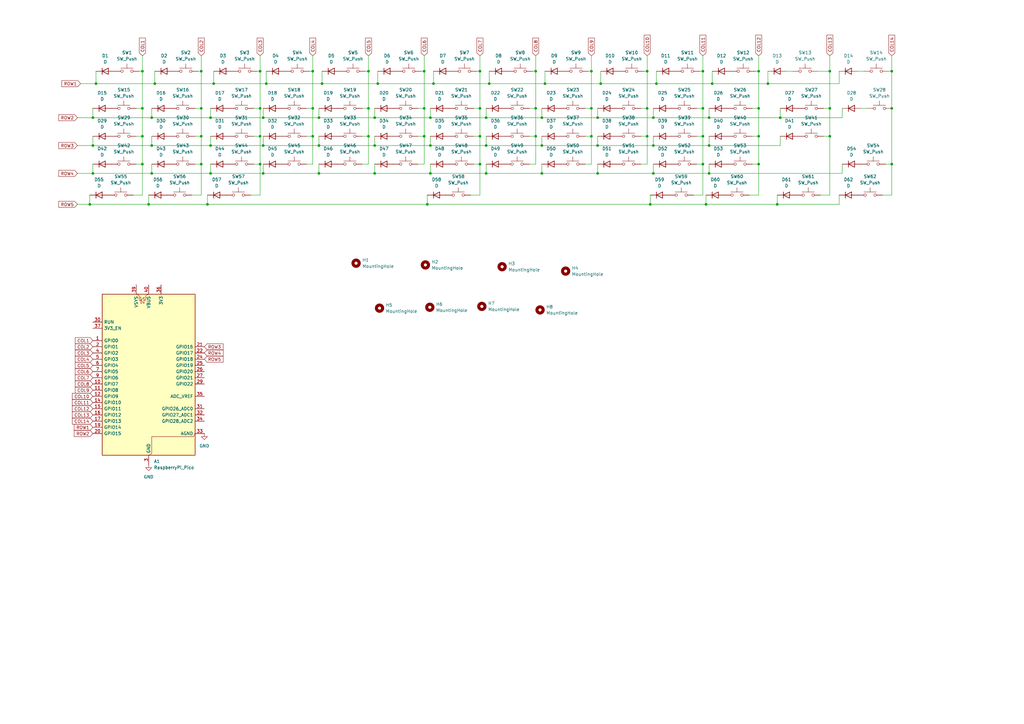
<source format=kicad_sch>
(kicad_sch (version 20250114) (generator "eeschema") (generator_version "9.0")
  (paper "A3")
  (junction (at 154.94 34.29))
  (junction (at 219.71 55.88))
  (junction (at 196.85 67.31))
  (junction (at 82.55 29.21))
  (junction (at 175.26 83.82))
  (junction (at 222.25 59.69))
  (junction (at 199.39 71.12))
  (junction (at 130.81 71.12))
  (junction (at 60.96 83.82))
  (junction (at 365.76 67.31))
  (junction (at 267.97 48.26))
  (junction (at 242.57 29.21))
  (junction (at 176.53 59.69))
  (junction (at 130.81 59.69))
  (junction (at 267.97 59.69))
  (junction (at 62.23 59.69))
  (junction (at 365.76 44.45))
  (junction (at 62.23 71.12))
  (junction (at 288.29 29.21))
  (junction (at 196.85 55.88))
  (junction (at 106.68 29.21))
  (junction (at 38.1 71.12))
  (junction (at 223.52 34.29))
  (junction (at 62.23 48.26))
  (junction (at 86.36 48.26))
  (junction (at 265.43 44.45))
  (junction (at 196.85 29.21))
  (junction (at 222.25 71.12))
  (junction (at 311.15 29.21))
  (junction (at 58.42 29.21))
  (junction (at 63.5 34.29))
  (junction (at 176.53 48.26))
  (junction (at 128.27 29.21))
  (junction (at 200.66 34.29))
  (junction (at 153.67 59.69))
  (junction (at 265.43 29.21))
  (junction (at 82.55 55.88))
  (junction (at 266.7 83.82))
  (junction (at 86.36 71.12))
  (junction (at 318.77 83.82))
  (junction (at 242.57 55.88))
  (junction (at 82.55 67.31))
  (junction (at 86.36 59.69))
  (junction (at 292.1 34.29))
  (junction (at 176.53 71.12))
  (junction (at 320.04 48.26))
  (junction (at 199.39 48.26))
  (junction (at 219.71 29.21))
  (junction (at 288.29 55.88))
  (junction (at 151.13 44.45))
  (junction (at 246.38 34.29))
  (junction (at 177.8 34.29))
  (junction (at 107.95 59.69))
  (junction (at 151.13 55.88))
  (junction (at 128.27 55.88))
  (junction (at 36.83 83.82))
  (junction (at 288.29 67.31))
  (junction (at 265.43 55.88))
  (junction (at 109.22 34.29))
  (junction (at 38.1 48.26))
  (junction (at 340.36 29.21))
  (junction (at 106.68 55.88))
  (junction (at 314.96 34.29))
  (junction (at 365.76 29.21))
  (junction (at 340.36 44.45))
  (junction (at 196.85 44.45))
  (junction (at 107.95 48.26))
  (junction (at 153.67 71.12))
  (junction (at 39.37 34.29))
  (junction (at 173.99 29.21))
  (junction (at 199.39 59.69))
  (junction (at 106.68 67.31))
  (junction (at 245.11 71.12))
  (junction (at 311.15 44.45))
  (junction (at 311.15 67.31))
  (junction (at 242.57 44.45))
  (junction (at 290.83 59.69))
  (junction (at 173.99 55.88))
  (junction (at 222.25 48.26))
  (junction (at 38.1 59.69))
  (junction (at 128.27 44.45))
  (junction (at 87.63 34.29))
  (junction (at 106.68 44.45))
  (junction (at 245.11 59.69))
  (junction (at 267.97 71.12))
  (junction (at 173.99 44.45))
  (junction (at 151.13 29.21))
  (junction (at 132.08 34.29))
  (junction (at 58.42 55.88))
  (junction (at 153.67 48.26))
  (junction (at 107.95 71.12))
  (junction (at 245.11 48.26))
  (junction (at 288.29 44.45))
  (junction (at 58.42 44.45))
  (junction (at 311.15 55.88))
  (junction (at 290.83 48.26))
  (junction (at 130.81 48.26))
  (junction (at 219.71 44.45))
  (junction (at 340.36 55.88))
  (junction (at 85.09 83.82))
  (junction (at 289.56 83.82))
  (junction (at 58.42 67.31))
  (junction (at 82.55 44.45))
  (junction (at 269.24 34.29))
  (junction (at 290.83 71.12))
  (wire (pts (xy 199.39 55.88) (xy 199.39 59.69)))
  (wire (pts (xy 285.75 67.31) (xy 288.29 67.31)))
  (wire (pts (xy 365.76 44.45) (xy 365.76 67.31)))
  (wire (pts (xy 307.34 80.01) (xy 311.15 80.01)))
  (wire (pts (xy 173.99 29.21) (xy 173.99 44.45)))
  (wire (pts (xy 245.11 59.69) (xy 267.97 59.69)))
  (wire (pts (xy 242.57 22.86) (xy 242.57 29.21)))
  (wire (pts (xy 245.11 67.31) (xy 245.11 71.12)))
  (wire (pts (xy 38.1 71.12) (xy 62.23 71.12)))
  (wire (pts (xy 105.41 29.21) (xy 106.68 29.21)))
  (wire (pts (xy 148.59 67.31) (xy 151.13 67.31)))
  (wire (pts (xy 240.03 55.88) (xy 242.57 55.88)))
  (wire (pts (xy 148.59 55.88) (xy 151.13 55.88)))
  (wire (pts (xy 196.85 29.21) (xy 196.85 44.45)))
  (wire (pts (xy 361.95 80.01) (xy 365.76 80.01)))
  (wire (pts (xy 153.67 55.88) (xy 153.67 59.69)))
  (wire (pts (xy 219.71 44.45) (xy 219.71 55.88)))
  (wire (pts (xy 345.44 48.26) (xy 320.04 48.26)))
  (wire (pts (xy 292.1 34.29) (xy 314.96 34.29)))
  (wire (pts (xy 264.16 29.21) (xy 265.43 29.21)))
  (wire (pts (xy 39.37 34.29) (xy 33.02 34.29)))
  (wire (pts (xy 340.36 55.88) (xy 340.36 80.01)))
  (wire (pts (xy 130.81 67.31) (xy 130.81 71.12)))
  (wire (pts (xy 322.58 29.21) (xy 325.12 29.21)))
  (wire (pts (xy 308.61 44.45) (xy 311.15 44.45)))
  (wire (pts (xy 196.85 22.86) (xy 196.85 29.21)))
  (wire (pts (xy 262.89 55.88) (xy 265.43 55.88)))
  (wire (pts (xy 130.81 44.45) (xy 130.81 48.26)))
  (wire (pts (xy 196.85 67.31) (xy 196.85 80.01)))
  (wire (pts (xy 177.8 34.29) (xy 200.66 34.29)))
  (wire (pts (xy 194.31 44.45) (xy 196.85 44.45)))
  (wire (pts (xy 290.83 44.45) (xy 290.83 48.26)))
  (wire (pts (xy 199.39 48.26) (xy 222.25 48.26)))
  (wire (pts (xy 353.06 44.45) (xy 355.6 44.45)))
  (wire (pts (xy 54.61 80.01) (xy 58.42 80.01)))
  (wire (pts (xy 262.89 67.31) (xy 265.43 67.31)))
  (wire (pts (xy 219.71 22.86) (xy 219.71 29.21)))
  (wire (pts (xy 245.11 44.45) (xy 245.11 48.26)))
  (wire (pts (xy 311.15 67.31) (xy 311.15 80.01)))
  (wire (pts (xy 151.13 55.88) (xy 151.13 67.31)))
  (wire (pts (xy 344.17 29.21) (xy 344.17 34.29)))
  (wire (pts (xy 269.24 34.29) (xy 292.1 34.29)))
  (wire (pts (xy 222.25 44.45) (xy 222.25 48.26)))
  (wire (pts (xy 241.3 29.21) (xy 242.57 29.21)))
  (wire (pts (xy 345.44 67.31) (xy 345.44 71.12)))
  (wire (pts (xy 219.71 29.21) (xy 219.71 44.45)))
  (wire (pts (xy 80.01 44.45) (xy 82.55 44.45)))
  (wire (pts (xy 176.53 55.88) (xy 176.53 59.69)))
  (wire (pts (xy 57.15 29.21) (xy 58.42 29.21)))
  (wire (pts (xy 38.1 59.69) (xy 31.75 59.69)))
  (wire (pts (xy 55.88 44.45) (xy 58.42 44.45)))
  (wire (pts (xy 80.01 55.88) (xy 82.55 55.88)))
  (wire (pts (xy 193.04 80.01) (xy 196.85 80.01)))
  (wire (pts (xy 194.31 55.88) (xy 196.85 55.88)))
  (wire (pts (xy 267.97 71.12) (xy 290.83 71.12)))
  (wire (pts (xy 314.96 34.29) (xy 344.17 34.29)))
  (wire (pts (xy 104.14 44.45) (xy 106.68 44.45)))
  (wire (pts (xy 240.03 67.31) (xy 242.57 67.31)))
  (wire (pts (xy 125.73 44.45) (xy 128.27 44.45)))
  (wire (pts (xy 196.85 55.88) (xy 196.85 67.31)))
  (wire (pts (xy 107.95 48.26) (xy 130.81 48.26)))
  (wire (pts (xy 82.55 55.88) (xy 82.55 67.31)))
  (wire (pts (xy 288.29 29.21) (xy 288.29 44.45)))
  (wire (pts (xy 107.95 71.12) (xy 130.81 71.12)))
  (wire (pts (xy 153.67 71.12) (xy 176.53 71.12)))
  (wire (pts (xy 245.11 48.26) (xy 267.97 48.26)))
  (wire (pts (xy 345.44 44.45) (xy 345.44 48.26)))
  (wire (pts (xy 337.82 55.88) (xy 340.36 55.88)))
  (wire (pts (xy 104.14 55.88) (xy 106.68 55.88)))
  (wire (pts (xy 127 29.21) (xy 128.27 29.21)))
  (wire (pts (xy 58.42 67.31) (xy 58.42 80.01)))
  (wire (pts (xy 86.36 55.88) (xy 86.36 59.69)))
  (wire (pts (xy 151.13 44.45) (xy 151.13 55.88)))
  (wire (pts (xy 363.22 67.31) (xy 365.76 67.31)))
  (wire (pts (xy 285.75 55.88) (xy 288.29 55.88)))
  (wire (pts (xy 38.1 67.31) (xy 38.1 71.12)))
  (wire (pts (xy 31.75 71.12) (xy 38.1 71.12)))
  (wire (pts (xy 38.1 55.88) (xy 38.1 59.69)))
  (wire (pts (xy 262.89 44.45) (xy 265.43 44.45)))
  (wire (pts (xy 199.39 44.45) (xy 199.39 48.26)))
  (wire (pts (xy 63.5 34.29) (xy 87.63 34.29)))
  (wire (pts (xy 287.02 29.21) (xy 288.29 29.21)))
  (wire (pts (xy 81.28 29.21) (xy 82.55 29.21)))
  (wire (pts (xy 200.66 29.21) (xy 200.66 34.29)))
  (wire (pts (xy 125.73 55.88) (xy 128.27 55.88)))
  (wire (pts (xy 128.27 22.86) (xy 128.27 29.21)))
  (wire (pts (xy 265.43 55.88) (xy 265.43 67.31)))
  (wire (pts (xy 222.25 59.69) (xy 245.11 59.69)))
  (wire (pts (xy 107.95 67.31) (xy 107.95 71.12)))
  (wire (pts (xy 365.76 22.86) (xy 365.76 29.21)))
  (wire (pts (xy 344.17 80.01) (xy 344.17 83.82)))
  (wire (pts (xy 86.36 71.12) (xy 107.95 71.12)))
  (wire (pts (xy 364.49 29.21) (xy 365.76 29.21)))
  (wire (pts (xy 132.08 29.21) (xy 132.08 34.29)))
  (wire (pts (xy 153.67 44.45) (xy 153.67 48.26)))
  (wire (pts (xy 222.25 55.88) (xy 222.25 59.69)))
  (wire (pts (xy 340.36 22.86) (xy 340.36 29.21)))
  (wire (pts (xy 285.75 44.45) (xy 288.29 44.45)))
  (wire (pts (xy 265.43 44.45) (xy 265.43 55.88)))
  (wire (pts (xy 320.04 55.88) (xy 320.04 59.69)))
  (wire (pts (xy 267.97 55.88) (xy 267.97 59.69)))
  (wire (pts (xy 289.56 83.82) (xy 318.77 83.82)))
  (wire (pts (xy 130.81 59.69) (xy 153.67 59.69)))
  (wire (pts (xy 154.94 29.21) (xy 154.94 34.29)))
  (wire (pts (xy 171.45 44.45) (xy 173.99 44.45)))
  (wire (pts (xy 55.88 55.88) (xy 58.42 55.88)))
  (wire (pts (xy 87.63 29.21) (xy 87.63 34.29)))
  (wire (pts (xy 217.17 55.88) (xy 219.71 55.88)))
  (wire (pts (xy 195.58 29.21) (xy 196.85 29.21)))
  (wire (pts (xy 335.28 29.21) (xy 340.36 29.21)))
  (wire (pts (xy 308.61 55.88) (xy 311.15 55.88)))
  (wire (pts (xy 60.96 83.82) (xy 85.09 83.82)))
  (wire (pts (xy 340.36 44.45) (xy 340.36 55.88)))
  (wire (pts (xy 175.26 80.01) (xy 175.26 83.82)))
  (wire (pts (xy 199.39 59.69) (xy 222.25 59.69)))
  (wire (pts (xy 60.96 80.01) (xy 60.96 83.82)))
  (wire (pts (xy 128.27 29.21) (xy 128.27 44.45)))
  (wire (pts (xy 175.26 83.82) (xy 266.7 83.82)))
  (wire (pts (xy 58.42 22.86) (xy 58.42 29.21)))
  (wire (pts (xy 58.42 44.45) (xy 58.42 55.88)))
  (wire (pts (xy 130.81 55.88) (xy 130.81 59.69)))
  (wire (pts (xy 31.75 83.82) (xy 36.83 83.82)))
  (wire (pts (xy 176.53 71.12) (xy 199.39 71.12)))
  (wire (pts (xy 85.09 83.82) (xy 175.26 83.82)))
  (wire (pts (xy 288.29 67.31) (xy 288.29 80.01)))
  (wire (pts (xy 266.7 80.01) (xy 266.7 83.82)))
  (wire (pts (xy 222.25 71.12) (xy 245.11 71.12)))
  (wire (pts (xy 223.52 29.21) (xy 223.52 34.29)))
  (wire (pts (xy 109.22 29.21) (xy 109.22 34.29)))
  (wire (pts (xy 176.53 44.45) (xy 176.53 48.26)))
  (wire (pts (xy 245.11 55.88) (xy 245.11 59.69)))
  (wire (pts (xy 107.95 44.45) (xy 107.95 48.26)))
  (wire (pts (xy 290.83 71.12) (xy 345.44 71.12)))
  (wire (pts (xy 125.73 67.31) (xy 128.27 67.31)))
  (wire (pts (xy 62.23 71.12) (xy 86.36 71.12)))
  (wire (pts (xy 311.15 55.88) (xy 311.15 67.31)))
  (wire (pts (xy 242.57 29.21) (xy 242.57 44.45)))
  (wire (pts (xy 290.83 55.88) (xy 290.83 59.69)))
  (wire (pts (xy 36.83 83.82) (xy 60.96 83.82)))
  (wire (pts (xy 82.55 44.45) (xy 82.55 55.88)))
  (wire (pts (xy 240.03 44.45) (xy 242.57 44.45)))
  (wire (pts (xy 290.83 67.31) (xy 290.83 71.12)))
  (wire (pts (xy 365.76 29.21) (xy 365.76 44.45)))
  (wire (pts (xy 245.11 71.12) (xy 267.97 71.12)))
  (wire (pts (xy 199.39 71.12) (xy 222.25 71.12)))
  (wire (pts (xy 153.67 67.31) (xy 153.67 71.12)))
  (wire (pts (xy 102.87 80.01) (xy 106.68 80.01)))
  (wire (pts (xy 171.45 67.31) (xy 173.99 67.31)))
  (wire (pts (xy 173.99 22.86) (xy 173.99 29.21)))
  (wire (pts (xy 130.81 71.12) (xy 153.67 71.12)))
  (wire (pts (xy 106.68 55.88) (xy 106.68 67.31)))
  (wire (pts (xy 308.61 67.31) (xy 311.15 67.31)))
  (wire (pts (xy 128.27 44.45) (xy 128.27 55.88)))
  (wire (pts (xy 311.15 44.45) (xy 311.15 55.88)))
  (wire (pts (xy 320.04 44.45) (xy 320.04 48.26)))
  (wire (pts (xy 196.85 44.45) (xy 196.85 55.88)))
  (wire (pts (xy 132.08 34.29) (xy 154.94 34.29)))
  (wire (pts (xy 217.17 67.31) (xy 219.71 67.31)))
  (wire (pts (xy 246.38 34.29) (xy 269.24 34.29)))
  (wire (pts (xy 86.36 59.69) (xy 107.95 59.69)))
  (wire (pts (xy 39.37 29.21) (xy 39.37 34.29)))
  (wire (pts (xy 86.36 48.26) (xy 107.95 48.26)))
  (wire (pts (xy 218.44 29.21) (xy 219.71 29.21)))
  (wire (pts (xy 38.1 48.26) (xy 31.75 48.26)))
  (wire (pts (xy 222.25 48.26) (xy 245.11 48.26)))
  (wire (pts (xy 128.27 55.88) (xy 128.27 67.31)))
  (wire (pts (xy 344.17 83.82) (xy 318.77 83.82)))
  (wire (pts (xy 38.1 59.69) (xy 62.23 59.69)))
  (wire (pts (xy 172.72 29.21) (xy 173.99 29.21)))
  (wire (pts (xy 62.23 48.26) (xy 86.36 48.26)))
  (wire (pts (xy 130.81 48.26) (xy 153.67 48.26)))
  (wire (pts (xy 36.83 80.01) (xy 36.83 83.82)))
  (wire (pts (xy 82.55 67.31) (xy 82.55 80.01)))
  (wire (pts (xy 38.1 44.45) (xy 38.1 48.26)))
  (wire (pts (xy 58.42 55.88) (xy 58.42 67.31)))
  (wire (pts (xy 173.99 55.88) (xy 173.99 67.31)))
  (wire (pts (xy 106.68 29.21) (xy 106.68 44.45)))
  (wire (pts (xy 284.48 80.01) (xy 288.29 80.01)))
  (wire (pts (xy 267.97 67.31) (xy 267.97 71.12)))
  (wire (pts (xy 246.38 29.21) (xy 246.38 34.29)))
  (wire (pts (xy 176.53 59.69) (xy 199.39 59.69)))
  (wire (pts (xy 267.97 44.45) (xy 267.97 48.26)))
  (wire (pts (xy 288.29 22.86) (xy 288.29 29.21)))
  (wire (pts (xy 222.25 67.31) (xy 222.25 71.12)))
  (wire (pts (xy 177.8 29.21) (xy 177.8 34.29)))
  (wire (pts (xy 104.14 67.31) (xy 106.68 67.31)))
  (wire (pts (xy 311.15 22.86) (xy 311.15 29.21)))
  (wire (pts (xy 39.37 34.29) (xy 63.5 34.29)))
  (wire (pts (xy 148.59 44.45) (xy 151.13 44.45)))
  (wire (pts (xy 265.43 29.21) (xy 265.43 44.45)))
  (wire (pts (xy 62.23 67.31) (xy 62.23 71.12)))
  (wire (pts (xy 58.42 29.21) (xy 58.42 44.45)))
  (wire (pts (xy 78.74 80.01) (xy 82.55 80.01)))
  (wire (pts (xy 153.67 48.26) (xy 176.53 48.26)))
  (wire (pts (xy 267.97 59.69) (xy 290.83 59.69)))
  (wire (pts (xy 106.68 22.86) (xy 106.68 29.21)))
  (wire (pts (xy 311.15 29.21) (xy 311.15 44.45)))
  (wire (pts (xy 107.95 55.88) (xy 107.95 59.69)))
  (wire (pts (xy 314.96 34.29) (xy 314.96 29.21)))
  (wire (pts (xy 82.55 29.21) (xy 82.55 44.45)))
  (wire (pts (xy 290.83 48.26) (xy 320.04 48.26)))
  (wire (pts (xy 173.99 44.45) (xy 173.99 55.88)))
  (wire (pts (xy 290.83 59.69) (xy 320.04 59.69)))
  (wire (pts (xy 288.29 44.45) (xy 288.29 55.88)))
  (wire (pts (xy 242.57 55.88) (xy 242.57 67.31)))
  (wire (pts (xy 200.66 34.29) (xy 223.52 34.29)))
  (wire (pts (xy 269.24 29.21) (xy 269.24 34.29)))
  (wire (pts (xy 265.43 22.86) (xy 265.43 29.21)))
  (wire (pts (xy 267.97 48.26) (xy 290.83 48.26)))
  (wire (pts (xy 171.45 55.88) (xy 173.99 55.88)))
  (wire (pts (xy 219.71 55.88) (xy 219.71 67.31)))
  (wire (pts (xy 62.23 59.69) (xy 86.36 59.69)))
  (wire (pts (xy 199.39 67.31) (xy 199.39 71.12)))
  (wire (pts (xy 288.29 55.88) (xy 288.29 67.31)))
  (wire (pts (xy 106.68 67.31) (xy 106.68 80.01)))
  (wire (pts (xy 176.53 48.26) (xy 199.39 48.26)))
  (wire (pts (xy 151.13 29.21) (xy 151.13 44.45)))
  (wire (pts (xy 292.1 29.21) (xy 292.1 34.29)))
  (wire (pts (xy 365.76 67.31) (xy 365.76 80.01)))
  (wire (pts (xy 82.55 22.86) (xy 82.55 29.21)))
  (wire (pts (xy 80.01 67.31) (xy 82.55 67.31)))
  (wire (pts (xy 337.82 44.45) (xy 340.36 44.45)))
  (wire (pts (xy 217.17 44.45) (xy 219.71 44.45)))
  (wire (pts (xy 109.22 34.29) (xy 132.08 34.29)))
  (wire (pts (xy 266.7 83.82) (xy 289.56 83.82)))
  (wire (pts (xy 242.57 44.45) (xy 242.57 55.88)))
  (wire (pts (xy 289.56 80.01) (xy 289.56 83.82)))
  (wire (pts (xy 223.52 34.29) (xy 246.38 34.29)))
  (wire (pts (xy 107.95 59.69) (xy 130.81 59.69)))
  (wire (pts (xy 351.79 29.21) (xy 354.33 29.21)))
  (wire (pts (xy 55.88 67.31) (xy 58.42 67.31)))
  (wire (pts (xy 194.31 67.31) (xy 196.85 67.31)))
  (wire (pts (xy 62.23 44.45) (xy 62.23 48.26)))
  (wire (pts (xy 154.94 34.29) (xy 177.8 34.29)))
  (wire (pts (xy 86.36 44.45) (xy 86.36 48.26)))
  (wire (pts (xy 151.13 22.86) (xy 151.13 29.21)))
  (wire (pts (xy 86.36 67.31) (xy 86.36 71.12)))
  (wire (pts (xy 85.09 80.01) (xy 85.09 83.82)))
  (wire (pts (xy 149.86 29.21) (xy 151.13 29.21)))
  (wire (pts (xy 309.88 29.21) (xy 311.15 29.21)))
  (wire (pts (xy 153.67 59.69) (xy 176.53 59.69)))
  (wire (pts (xy 176.53 67.31) (xy 176.53 71.12)))
  (wire (pts (xy 340.36 29.21) (xy 340.36 44.45)))
  (wire (pts (xy 62.23 55.88) (xy 62.23 59.69)))
  (wire (pts (xy 87.63 34.29) (xy 109.22 34.29)))
  (wire (pts (xy 318.77 80.01) (xy 318.77 83.82)))
  (wire (pts (xy 106.68 44.45) (xy 106.68 55.88)))
  (wire (pts (xy 63.5 29.21) (xy 63.5 34.29)))
  (wire (pts (xy 38.1 48.26) (xy 62.23 48.26)))
  (wire (pts (xy 336.55 80.01) (xy 340.36 80.01)))
  (global_label "ROW5" (shape input) (at 83.82 147.32 0) (property "Intersheetrefs" "${INTERSHEET_REFS}" (effects (hide yes))))
  (global_label "COL12" (shape input) (at 38.1 167.64 180) (property "Intersheetrefs" "${INTERSHEET_REFS}" (effects (hide yes))))
  (global_label "COL1" (shape input) (at 58.42 22.86 90) (property "Intersheetrefs" "${INTERSHEET_REFS}" (effects (hide yes))))
  (global_label "ROW4" (shape input) (at 31.75 71.12 180) (property "Intersheetrefs" "${INTERSHEET_REFS}" (effects (hide yes))))
  (global_label "COL9" (shape input) (at 38.1 160.02 180) (property "Intersheetrefs" "${INTERSHEET_REFS}" (effects (hide yes))))
  (global_label "COL12" (shape input) (at 311.15 22.86 90) (property "Intersheetrefs" "${INTERSHEET_REFS}" (effects (hide yes))))
  (global_label "COL13" (shape input) (at 340.36 22.86 90) (property "Intersheetrefs" "${INTERSHEET_REFS}" (effects (hide yes))))
  (global_label "COL5" (shape input) (at 38.1 149.86 180) (property "Intersheetrefs" "${INTERSHEET_REFS}" (effects (hide yes))))
  (global_label "COL6" (shape input) (at 38.1 152.4 180) (property "Intersheetrefs" "${INTERSHEET_REFS}" (effects (hide yes))))
  (global_label "COL5" (shape input) (at 151.13 22.86 90) (property "Intersheetrefs" "${INTERSHEET_REFS}" (effects (hide yes))))
  (global_label "COL14" (shape input) (at 365.76 22.86 90) (property "Intersheetrefs" "${INTERSHEET_REFS}" (effects (hide yes))))
  (global_label "COL6" (shape input) (at 173.99 22.86 90) (property "Intersheetrefs" "${INTERSHEET_REFS}" (effects (hide yes))))
  (global_label "COL14" (shape input) (at 38.1 172.72 180) (property "Intersheetrefs" "${INTERSHEET_REFS}" (effects (hide yes))))
  (global_label "COL2" (shape input) (at 38.1 142.24 180) (property "Intersheetrefs" "${INTERSHEET_REFS}" (effects (hide yes))))
  (global_label "ROW2" (shape input) (at 31.75 48.26 180) (property "Intersheetrefs" "${INTERSHEET_REFS}" (effects (hide yes))))
  (global_label "COL11" (shape input) (at 288.29 22.86 90) (property "Intersheetrefs" "${INTERSHEET_REFS}" (effects (hide yes))))
  (global_label "COL4" (shape input) (at 38.1 147.32 180) (property "Intersheetrefs" "${INTERSHEET_REFS}" (effects (hide yes))))
  (global_label "ROW2" (shape input) (at 38.1 177.8 180) (property "Intersheetrefs" "${INTERSHEET_REFS}" (effects (hide yes))))
  (global_label "COL7" (shape input) (at 196.85 22.86 90) (property "Intersheetrefs" "${INTERSHEET_REFS}" (effects (hide yes))))
  (global_label "ROW4" (shape input) (at 83.82 144.78 0) (property "Intersheetrefs" "${INTERSHEET_REFS}" (effects (hide yes))))
  (global_label "ROW1" (shape input) (at 33.02 34.29 180) (property "Intersheetrefs" "${INTERSHEET_REFS}" (effects (hide yes))))
  (global_label "ROW1" (shape input) (at 38.1 175.26 180) (property "Intersheetrefs" "${INTERSHEET_REFS}" (effects (hide yes))))
  (global_label "COL3" (shape input) (at 106.68 22.86 90) (property "Intersheetrefs" "${INTERSHEET_REFS}" (effects (hide yes))))
  (global_label "ROW5" (shape input) (at 31.75 83.82 180) (property "Intersheetrefs" "${INTERSHEET_REFS}" (effects (hide yes))))
  (global_label "COL10" (shape input) (at 38.1 162.56 180) (property "Intersheetrefs" "${INTERSHEET_REFS}" (effects (hide yes))))
  (global_label "COL13" (shape input) (at 38.1 170.18 180) (property "Intersheetrefs" "${INTERSHEET_REFS}" (effects (hide yes))))
  (global_label "COL10" (shape input) (at 265.43 22.86 90) (property "Intersheetrefs" "${INTERSHEET_REFS}" (effects (hide yes))))
  (global_label "COL11" (shape input) (at 38.1 165.1 180) (property "Intersheetrefs" "${INTERSHEET_REFS}" (effects (hide yes))))
  (global_label "ROW3" (shape input) (at 31.75 59.69 180) (property "Intersheetrefs" "${INTERSHEET_REFS}" (effects (hide yes))))
  (global_label "COL3" (shape input) (at 38.1 144.78 180) (property "Intersheetrefs" "${INTERSHEET_REFS}" (effects (hide yes))))
  (global_label "COL8" (shape input) (at 38.1 157.48 180) (property "Intersheetrefs" "${INTERSHEET_REFS}" (effects (hide yes))))
  (global_label "COL7" (shape input) (at 38.1 154.94 180) (property "Intersheetrefs" "${INTERSHEET_REFS}" (effects (hide yes))))
  (global_label "COL9" (shape input) (at 242.57 22.86 90) (property "Intersheetrefs" "${INTERSHEET_REFS}" (effects (hide yes))))
  (global_label "COL1" (shape input) (at 38.1 139.7 180) (property "Intersheetrefs" "${INTERSHEET_REFS}" (effects (hide yes))))
  (global_label "COL2" (shape input) (at 82.55 22.86 90) (property "Intersheetrefs" "${INTERSHEET_REFS}" (effects (hide yes))))
  (global_label "COL4" (shape input) (at 128.27 22.86 90) (property "Intersheetrefs" "${INTERSHEET_REFS}" (effects (hide yes))))
  (global_label "ROW3" (shape input) (at 83.82 142.24 0) (property "Intersheetrefs" "${INTERSHEET_REFS}" (effects (hide yes))))
  (global_label "COL8" (shape input) (at 219.71 22.86 90) (property "Intersheetrefs" "${INTERSHEET_REFS}" (effects (hide yes))))
  (symbol (lib_id "Mechanical:MountingHole") (at 197.6269 125.6672 0) (unit 1) (in_bom no)
    (property "Reference" "H7" (at 200.1669 124.3971 0) (effects (justify left)))
    (property "Value" "MountingHole" (at 200.1669 126.9371 0) (effects (justify left)))
    (property "Footprint" "MountingHole:MountingHole_3mm" (effects (hide yes)))
    (property "Description" "Mounting Hole without connection" (effects (hide yes)))
  )
  (symbol (lib_id "Mechanical:MountingHole") (at 231.9919 111.1977 0) (unit 1) (in_bom no)
    (property "Reference" "H4" (at 234.5319 109.9276 0) (effects (justify left)))
    (property "Value" "MountingHole" (at 234.5319 112.4676 0) (effects (justify left)))
    (property "Footprint" "MountingHole:MountingHole_3mm" (effects (hide yes)))
    (property "Description" "Mounting Hole without connection" (effects (hide yes)))
  )
  (symbol (lib_id "Switch:SW_Push") (at 100.33 29.21 0) (unit 1)
    (property "Reference" "SW3" (at 100.33 21.59 0))
    (property "Value" "SW_Push" (at 100.33 24.13 0))
    (property "Footprint" "Button_Switch_Keyboard:SW_Cherry_MX_1.00u_PCB" (effects (hide yes)))
    (property "Description" "Push button switch, generic, two pins" (effects (hide yes)))
  )
  (symbol (lib_id "Switch:SW_Push") (at 50.8 67.31 0) (unit 1)
    (property "Reference" "SW42" (at 50.8 59.69 0))
    (property "Value" "SW_Push" (at 50.8 62.23 0))
    (property "Footprint" "Button_Switch_Keyboard:SW_Cherry_MX_1.25u_PCB" (effects (hide yes)))
    (property "Description" "Push button switch, generic, two pins" (effects (hide yes)))
  )
  (symbol (lib_id "Device:D") (at 180.34 67.31 0) (unit 1)
    (property "Reference" "D48" (at 180.34 60.96 0))
    (property "Value" "D" (at 180.34 63.5 0))
    (property "Footprint" "Diode_SMD:D_SOD-123" (effects (hide yes)))
    (property "Description" "Diode" (effects (hide yes)))
    (property "Sim.Device" "D" (effects (hide yes)))
    (property "Sim.Pins" "1=K 2=A" (effects (hide yes)))
  )
  (symbol (lib_id "Device:D") (at 66.04 55.88 0) (unit 1)
    (property "Reference" "D30" (at 66.04 49.53 0))
    (property "Value" "D" (at 66.04 52.07 0))
    (property "Footprint" "Diode_SMD:D_SOD-123" (effects (hide yes)))
    (property "Description" "Diode" (effects (hide yes)))
    (property "Sim.Device" "D" (effects (hide yes)))
    (property "Sim.Pins" "1=K 2=A" (effects (hide yes)))
  )
  (symbol (lib_id "Switch:SW_Push") (at 212.09 44.45 0) (unit 1)
    (property "Reference" "SW22" (at 212.09 36.83 0))
    (property "Value" "SW_Push" (at 212.09 39.37 0))
    (property "Footprint" "Button_Switch_Keyboard:SW_Cherry_MX_1.00u_PCB" (effects (hide yes)))
    (property "Description" "Push button switch, generic, two pins" (effects (hide yes)))
  )
  (symbol (lib_id "Switch:SW_Push") (at 302.26 80.01 0) (unit 1)
    (property "Reference" "SW60" (at 302.26 72.39 0))
    (property "Value" "SW_Push" (at 302.26 74.93 0))
    (property "Footprint" "Button_Switch_Keyboard:SW_Cherry_MX_1.25u_PCB" (effects (hide yes)))
    (property "Description" "Push button switch, generic, two pins" (effects (hide yes)))
  )
  (symbol (lib_id "Switch:SW_Push") (at 234.95 44.45 0) (unit 1)
    (property "Reference" "SW23" (at 234.95 36.83 0))
    (property "Value" "SW_Push" (at 234.95 39.37 0))
    (property "Footprint" "Button_Switch_Keyboard:SW_Cherry_MX_1.00u_PCB" (effects (hide yes)))
    (property "Description" "Push button switch, generic, two pins" (effects (hide yes)))
  )
  (symbol (lib_id "Device:D") (at 90.17 44.45 0) (unit 1)
    (property "Reference" "D17" (at 90.17 38.1 0))
    (property "Value" "D" (at 90.17 40.64 0))
    (property "Footprint" "Diode_SMD:D_SOD-123" (effects (hide yes)))
    (property "Description" "Diode" (effects (hide yes)))
    (property "Sim.Device" "D" (effects (hide yes)))
    (property "Sim.Pins" "1=K 2=A" (effects (hide yes)))
  )
  (symbol (lib_id "Device:D") (at 226.06 55.88 0) (unit 1)
    (property "Reference" "D37" (at 226.06 49.53 0))
    (property "Value" "D" (at 226.06 52.07 0))
    (property "Footprint" "Diode_SMD:D_SOD-123" (effects (hide yes)))
    (property "Description" "Diode" (effects (hide yes)))
    (property "Sim.Device" "D" (effects (hide yes)))
    (property "Sim.Pins" "1=K 2=A" (effects (hide yes)))
  )
  (symbol (lib_id "Device:D") (at 323.85 44.45 0) (unit 1)
    (property "Reference" "D27" (at 323.85 38.1 0))
    (property "Value" "D" (at 323.85 40.64 0))
    (property "Footprint" "Diode_SMD:D_SOD-123" (effects (hide yes)))
    (property "Description" "Diode" (effects (hide yes)))
    (property "Sim.Device" "D" (effects (hide yes)))
    (property "Sim.Pins" "1=K 2=A" (effects (hide yes)))
  )
  (symbol (lib_id "MCU_Module:RaspberryPi_Pico") (at 60.96 154.94 0) (unit 1)
    (property "Reference" "A1" (at 63.1033 189.23 0) (effects (justify left)))
    (property "Value" "RaspberryPi_Pico" (at 63.1033 191.77 0) (effects (justify left)))
    (property "Footprint" "Module:RaspberryPi_Pico_Common_Unspecified" (effects (hide yes)))
    (property "Datasheet" "https://datasheets.raspberrypi.com/pico/pico-datasheet.pdf" (effects (hide yes)))
    (property "Description" "Versatile and inexpensive microcontroller module powered by RP2040 dual-core Arm Cortex-M0+ processor up to 133 MHz, 264kB SRAM, 2MB QSPI flash; also supports Raspberry Pi Pico 2" (effects (hide yes)))
  )
  (symbol (lib_id "Device:D") (at 64.77 80.01 0) (unit 1)
    (property "Reference" "D56" (at 64.77 73.66 0))
    (property "Value" "D" (at 64.77 76.2 0))
    (property "Footprint" "Diode_SMD:D_SOD-123" (effects (hide yes)))
    (property "Description" "Diode" (effects (hide yes)))
    (property "Sim.Device" "D" (effects (hide yes)))
    (property "Sim.Pins" "1=K 2=A" (effects (hide yes)))
  )
  (symbol (lib_id "Mechanical:MountingHole") (at 176.2844 126.0289 0) (unit 1) (in_bom no)
    (property "Reference" "H6" (at 178.8244 124.7588 0) (effects (justify left)))
    (property "Value" "MountingHole" (at 178.8244 127.2988 0) (effects (justify left)))
    (property "Footprint" "MountingHole:MountingHole_3mm" (effects (hide yes)))
    (property "Description" "Mounting Hole without connection" (effects (hide yes)))
  )
  (symbol (lib_id "Device:D") (at 323.85 55.88 0) (unit 1)
    (property "Reference" "D41" (at 323.85 49.53 0))
    (property "Value" "D" (at 323.85 52.07 0))
    (property "Footprint" "Diode_SMD:D_SOD-123" (effects (hide yes)))
    (property "Description" "Diode" (effects (hide yes)))
    (property "Sim.Device" "D" (effects (hide yes)))
    (property "Sim.Pins" "1=K 2=A" (effects (hide yes)))
  )
  (symbol (lib_id "Switch:SW_Push") (at 74.93 67.31 0) (unit 1)
    (property "Reference" "SW43" (at 74.93 59.69 0))
    (property "Value" "SW_Push" (at 74.93 62.23 0))
    (property "Footprint" "Button_Switch_Keyboard:SW_Cherry_MX_1.00u_PCB" (effects (hide yes)))
    (property "Description" "Push button switch, generic, two pins" (effects (hide yes)))
  )
  (symbol (lib_id "Mechanical:MountingHole") (at 205.9468 109.3891 0) (unit 1) (in_bom no)
    (property "Reference" "H3" (at 208.4868 108.119 0) (effects (justify left)))
    (property "Value" "MountingHole" (at 208.4868 110.659 0) (effects (justify left)))
    (property "Footprint" "MountingHole:MountingHole_3mm" (effects (hide yes)))
    (property "Description" "Mounting Hole without connection" (effects (hide yes)))
  )
  (symbol (lib_id "Device:D") (at 66.04 67.31 0) (unit 1)
    (property "Reference" "D43" (at 66.04 60.96 0))
    (property "Value" "D" (at 66.04 63.5 0))
    (property "Footprint" "Diode_SMD:D_SOD-123" (effects (hide yes)))
    (property "Description" "Diode" (effects (hide yes)))
    (property "Sim.Device" "D" (effects (hide yes)))
    (property "Sim.Pins" "1=K 2=A" (effects (hide yes)))
  )
  (symbol (lib_id "Device:D") (at 180.34 44.45 0) (unit 1)
    (property "Reference" "D21" (at 180.34 38.1 0))
    (property "Value" "D" (at 180.34 40.64 0))
    (property "Footprint" "Diode_SMD:D_SOD-123" (effects (hide yes)))
    (property "Description" "Diode" (effects (hide yes)))
    (property "Sim.Device" "D" (effects (hide yes)))
    (property "Sim.Pins" "1=K 2=A" (effects (hide yes)))
  )
  (symbol (lib_id "Device:D") (at 181.61 29.21 0) (unit 1)
    (property "Reference" "D7" (at 181.61 22.86 0))
    (property "Value" "D" (at 181.61 25.4 0))
    (property "Footprint" "Diode_SMD:D_SOD-123" (effects (hide yes)))
    (property "Description" "Diode" (effects (hide yes)))
    (property "Sim.Device" "D" (effects (hide yes)))
    (property "Sim.Pins" "1=K 2=A" (effects (hide yes)))
  )
  (symbol (lib_id "Switch:SW_Push") (at 49.53 80.01 0) (unit 1)
    (property "Reference" "SW55" (at 49.53 72.39 0))
    (property "Value" "SW_Push" (at 49.53 74.93 0))
    (property "Footprint" "Button_Switch_Keyboard:SW_Cherry_MX_1.25u_PCB" (effects (hide yes)))
    (property "Description" "Push button switch, generic, two pins" (effects (hide yes)))
  )
  (symbol (lib_id "Device:D") (at 41.91 55.88 0) (unit 1)
    (property "Reference" "D29" (at 41.91 49.53 0))
    (property "Value" "D" (at 41.91 52.07 0))
    (property "Footprint" "Diode_SMD:D_SOD-123" (effects (hide yes)))
    (property "Description" "Diode" (effects (hide yes)))
    (property "Sim.Device" "D" (effects (hide yes)))
    (property "Sim.Pins" "1=K 2=A" (effects (hide yes)))
  )
  (symbol (lib_id "Switch:SW_Push") (at 120.65 55.88 0) (unit 1)
    (property "Reference" "SW32" (at 120.65 48.26 0))
    (property "Value" "SW_Push" (at 120.65 50.8 0))
    (property "Footprint" "Button_Switch_Keyboard:SW_Cherry_MX_1.00u_PCB" (effects (hide yes)))
    (property "Description" "Push button switch, generic, two pins" (effects (hide yes)))
  )
  (symbol (lib_id "Device:D") (at 227.33 29.21 0) (unit 1)
    (property "Reference" "D9" (at 227.33 22.86 0))
    (property "Value" "D" (at 227.33 25.4 0))
    (property "Footprint" "Diode_SMD:D_SOD-123" (effects (hide yes)))
    (property "Description" "Diode" (effects (hide yes)))
    (property "Sim.Device" "D" (effects (hide yes)))
    (property "Sim.Pins" "1=K 2=A" (effects (hide yes)))
  )
  (symbol (lib_id "Switch:SW_Push") (at 99.06 44.45 0) (unit 1)
    (property "Reference" "SW17" (at 99.06 36.83 0))
    (property "Value" "SW_Push" (at 99.06 39.37 0))
    (property "Footprint" "Button_Switch_Keyboard:SW_Cherry_MX_1.00u_PCB" (effects (hide yes)))
    (property "Description" "Push button switch, generic, two pins" (effects (hide yes)))
  )
  (symbol (lib_id "Device:D") (at 157.48 67.31 0) (unit 1)
    (property "Reference" "D47" (at 157.48 60.96 0))
    (property "Value" "D" (at 157.48 63.5 0))
    (property "Footprint" "Diode_SMD:D_SOD-123" (effects (hide yes)))
    (property "Description" "Diode" (effects (hide yes)))
    (property "Sim.Device" "D" (effects (hide yes)))
    (property "Sim.Pins" "1=K 2=A" (effects (hide yes)))
  )
  (symbol (lib_id "Device:D") (at 67.31 29.21 0) (unit 1)
    (property "Reference" "D2" (at 67.31 22.86 0))
    (property "Value" "D" (at 67.31 25.4 0))
    (property "Footprint" "Diode_SMD:D_SOD-123" (effects (hide yes)))
    (property "Description" "Diode" (effects (hide yes)))
    (property "Sim.Device" "D" (effects (hide yes)))
    (property "Sim.Pins" "1=K 2=A" (effects (hide yes)))
  )
  (symbol (lib_id "Device:D") (at 203.2 55.88 0) (unit 1)
    (property "Reference" "D36" (at 203.2 49.53 0))
    (property "Value" "D" (at 203.2 52.07 0))
    (property "Footprint" "Diode_SMD:D_SOD-123" (effects (hide yes)))
    (property "Description" "Diode" (effects (hide yes)))
    (property "Sim.Device" "D" (effects (hide yes)))
    (property "Sim.Pins" "1=K 2=A" (effects (hide yes)))
  )
  (symbol (lib_id "Switch:SW_Push") (at 331.47 80.01 0) (unit 1)
    (property "Reference" "SW61" (at 331.47 72.39 0))
    (property "Value" "SW_Push" (at 331.47 74.93 0))
    (property "Footprint" "Button_Switch_Keyboard:SW_Cherry_MX_1.25u_PCB" (effects (hide yes)))
    (property "Description" "Push button switch, generic, two pins" (effects (hide yes)))
  )
  (symbol (lib_id "Switch:SW_Push") (at 143.51 55.88 0) (unit 1)
    (property "Reference" "SW33" (at 143.51 48.26 0))
    (property "Value" "SW_Push" (at 143.51 50.8 0))
    (property "Footprint" "Button_Switch_Keyboard:SW_Cherry_MX_1.00u_PCB" (effects (hide yes)))
    (property "Description" "Push button switch, generic, two pins" (effects (hide yes)))
  )
  (symbol (lib_id "Switch:SW_Push") (at 189.23 55.88 0) (unit 1)
    (property "Reference" "SW35" (at 189.23 48.26 0))
    (property "Value" "SW_Push" (at 189.23 50.8 0))
    (property "Footprint" "Button_Switch_Keyboard:SW_Cherry_MX_1.00u_PCB" (effects (hide yes)))
    (property "Description" "Push button switch, generic, two pins" (effects (hide yes)))
  )
  (symbol (lib_id "Device:D") (at 295.91 29.21 0) (unit 1)
    (property "Reference" "D12" (at 295.91 22.86 0))
    (property "Value" "D" (at 295.91 25.4 0))
    (property "Footprint" "Diode_SMD:D_SOD-123" (effects (hide yes)))
    (property "Description" "Diode" (effects (hide yes)))
    (property "Sim.Device" "D" (effects (hide yes)))
    (property "Sim.Pins" "1=K 2=A" (effects (hide yes)))
  )
  (symbol (lib_id "Device:D") (at 271.78 44.45 0) (unit 1)
    (property "Reference" "D25" (at 271.78 38.1 0))
    (property "Value" "D" (at 271.78 40.64 0))
    (property "Footprint" "Diode_SMD:D_SOD-123" (effects (hide yes)))
    (property "Description" "Diode" (effects (hide yes)))
    (property "Sim.Device" "D" (effects (hide yes)))
    (property "Sim.Pins" "1=K 2=A" (effects (hide yes)))
  )
  (symbol (lib_id "Switch:SW_Push") (at 212.09 67.31 0) (unit 1)
    (property "Reference" "SW49" (at 212.09 59.69 0))
    (property "Value" "SW_Push" (at 212.09 62.23 0))
    (property "Footprint" "Button_Switch_Keyboard:SW_Cherry_MX_1.00u_PCB" (effects (hide yes)))
    (property "Description" "Push button switch, generic, two pins" (effects (hide yes)))
  )
  (symbol (lib_id "Switch:SW_Push") (at 303.53 44.45 0) (unit 1)
    (property "Reference" "SW26" (at 303.53 36.83 0))
    (property "Value" "SW_Push" (at 303.53 39.37 0))
    (property "Footprint" "Button_Switch_Keyboard:SW_Cherry_MX_1.00u_PCB" (effects (hide yes)))
    (property "Description" "Push button switch, generic, two pins" (effects (hide yes)))
  )
  (symbol (lib_id "Switch:SW_Push") (at 356.87 80.01 0) (unit 1)
    (property "Reference" "SW62" (at 356.87 72.39 0))
    (property "Value" "SW_Push" (at 356.87 74.93 0))
    (property "Footprint" "Button_Switch_Keyboard:SW_Cherry_MX_1.25u_PCB" (effects (hide yes)))
    (property "Description" "Push button switch, generic, two pins" (effects (hide yes)))
  )
  (symbol (lib_id "Switch:SW_Push") (at 280.67 44.45 0) (unit 1)
    (property "Reference" "SW25" (at 280.67 36.83 0))
    (property "Value" "SW_Push" (at 280.67 39.37 0))
    (property "Footprint" "Button_Switch_Keyboard:SW_Cherry_MX_1.00u_PCB" (effects (hide yes)))
    (property "Description" "Push button switch, generic, two pins" (effects (hide yes)))
  )
  (symbol (lib_id "Device:D") (at 135.89 29.21 0) (unit 1)
    (property "Reference" "D5" (at 135.89 22.86 0))
    (property "Value" "D" (at 135.89 25.4 0))
    (property "Footprint" "Diode_SMD:D_SOD-123" (effects (hide yes)))
    (property "Description" "Diode" (effects (hide yes)))
    (property "Sim.Device" "D" (effects (hide yes)))
    (property "Sim.Pins" "1=K 2=A" (effects (hide yes)))
  )
  (symbol (lib_id "Device:D") (at 179.07 80.01 0) (unit 1)
    (property "Reference" "D58" (at 179.07 73.66 0))
    (property "Value" "D" (at 179.07 76.2 0))
    (property "Footprint" "Diode_SMD:D_SOD-123" (effects (hide yes)))
    (property "Description" "Diode" (effects (hide yes)))
    (property "Sim.Device" "D" (effects (hide yes)))
    (property "Sim.Pins" "1=K 2=A" (effects (hide yes)))
  )
  (symbol (lib_id "Switch:SW_Push") (at 74.93 55.88 0) (unit 1)
    (property "Reference" "SW30" (at 74.93 48.26 0))
    (property "Value" "SW_Push" (at 74.93 50.8 0))
    (property "Footprint" "Button_Switch_Keyboard:SW_Cherry_MX_1.00u_PCB" (effects (hide yes)))
    (property "Description" "Push button switch, generic, two pins" (effects (hide yes)))
  )
  (symbol (lib_id "Switch:SW_Push") (at 50.8 55.88 0) (unit 1)
    (property "Reference" "SW29" (at 50.8 48.26 0))
    (property "Value" "SW_Push" (at 50.8 50.8 0))
    (property "Footprint" "Button_Switch_Keyboard:SW_Cherry_MX_1.75u_PCB" (effects (hide yes)))
    (property "Description" "Push button switch, generic, two pins" (effects (hide yes)))
  )
  (symbol (lib_id "Device:D") (at 88.9 80.01 0) (unit 1)
    (property "Reference" "D57" (at 88.9 73.66 0))
    (property "Value" "D" (at 88.9 76.2 0))
    (property "Footprint" "Diode_SMD:D_SOD-123" (effects (hide yes)))
    (property "Description" "Diode" (effects (hide yes)))
    (property "Sim.Device" "D" (effects (hide yes)))
    (property "Sim.Pins" "1=K 2=A" (effects (hide yes)))
  )
  (symbol (lib_id "Switch:SW_Push") (at 76.2 29.21 0) (unit 1)
    (property "Reference" "SW2" (at 76.2 21.59 0))
    (property "Value" "SW_Push" (at 76.2 24.13 0))
    (property "Footprint" "Button_Switch_Keyboard:SW_Cherry_MX_1.00u_PCB" (effects (hide yes)))
    (property "Description" "Push button switch, generic, two pins" (effects (hide yes)))
  )
  (symbol (lib_id "Switch:SW_Push") (at 143.51 44.45 0) (unit 1)
    (property "Reference" "SW19" (at 143.51 36.83 0))
    (property "Value" "SW_Push" (at 143.51 39.37 0))
    (property "Footprint" "Button_Switch_Keyboard:SW_Cherry_MX_1.00u_PCB" (effects (hide yes)))
    (property "Description" "Push button switch, generic, two pins" (effects (hide yes)))
  )
  (symbol (lib_id "Switch:SW_Push") (at 189.23 44.45 0) (unit 1)
    (property "Reference" "SW21" (at 189.23 36.83 0))
    (property "Value" "SW_Push" (at 189.23 39.37 0))
    (property "Footprint" "Button_Switch_Keyboard:SW_Cherry_MX_1.00u_PCB" (effects (hide yes)))
    (property "Description" "Push button switch, generic, two pins" (effects (hide yes)))
  )
  (symbol (lib_id "Device:D") (at 293.37 80.01 0) (unit 1)
    (property "Reference" "D60" (at 293.37 73.66 0))
    (property "Value" "D" (at 293.37 76.2 0))
    (property "Footprint" "Diode_SMD:D_SOD-123" (effects (hide yes)))
    (property "Description" "Diode" (effects (hide yes)))
    (property "Sim.Device" "D" (effects (hide yes)))
    (property "Sim.Pins" "1=K 2=A" (effects (hide yes)))
  )
  (symbol (lib_id "Switch:SW_Push") (at 99.06 55.88 0) (unit 1)
    (property "Reference" "SW31" (at 99.06 48.26 0))
    (property "Value" "SW_Push" (at 99.06 50.8 0))
    (property "Footprint" "Button_Switch_Keyboard:SW_Cherry_MX_1.00u_PCB" (effects (hide yes)))
    (property "Description" "Push button switch, generic, two pins" (effects (hide yes)))
  )
  (symbol (lib_id "Switch:SW_Push") (at 281.94 29.21 0) (unit 1)
    (property "Reference" "SW11" (at 281.94 21.59 0))
    (property "Value" "SW_Push" (at 281.94 24.13 0))
    (property "Footprint" "Button_Switch_Keyboard:SW_Cherry_MX_1.00u_PCB" (effects (hide yes)))
    (property "Description" "Push button switch, generic, two pins" (effects (hide yes)))
  )
  (symbol (lib_id "Device:D") (at 270.51 80.01 0) (unit 1)
    (property "Reference" "D59" (at 270.51 73.66 0))
    (property "Value" "D" (at 270.51 76.2 0))
    (property "Footprint" "Diode_SMD:D_SOD-123" (effects (hide yes)))
    (property "Description" "Diode" (effects (hide yes)))
    (property "Sim.Device" "D" (effects (hide yes)))
    (property "Sim.Pins" "1=K 2=A" (effects (hide yes)))
  )
  (symbol (lib_id "Device:D") (at 111.76 44.45 0) (unit 1)
    (property "Reference" "D18" (at 111.76 38.1 0))
    (property "Value" "D" (at 111.76 40.64 0))
    (property "Footprint" "Diode_SMD:D_SOD-123" (effects (hide yes)))
    (property "Description" "Diode" (effects (hide yes)))
    (property "Sim.Device" "D" (effects (hide yes)))
    (property "Sim.Pins" "1=K 2=A" (effects (hide yes)))
  )
  (symbol (lib_id "power:GND") (at 60.96 190.5 0) (unit 1)
    (property "Reference" "#PWR01" (effects (hide yes)))
    (property "Value" "GND" (at 60.96 195.58 0))
    (property "Description" "Power symbol creates a global label with name \"GND\" , ground" (effects (hide yes)))
  )
  (symbol (lib_id "Switch:SW_Push") (at 257.81 55.88 0) (unit 1)
    (property "Reference" "SW38" (at 257.81 48.26 0))
    (property "Value" "SW_Push" (at 257.81 50.8 0))
    (property "Footprint" "Button_Switch_Keyboard:SW_Cherry_MX_1.00u_PCB" (effects (hide yes)))
    (property "Description" "Push button switch, generic, two pins" (effects (hide yes)))
  )
  (symbol (lib_id "Device:D") (at 294.64 55.88 0) (unit 1)
    (property "Reference" "D40" (at 294.64 49.53 0))
    (property "Value" "D" (at 294.64 52.07 0))
    (property "Footprint" "Diode_SMD:D_SOD-123" (effects (hide yes)))
    (property "Description" "Diode" (effects (hide yes)))
    (property "Sim.Device" "D" (effects (hide yes)))
    (property "Sim.Pins" "1=K 2=A" (effects (hide yes)))
  )
  (symbol (lib_id "Device:D") (at 226.06 67.31 0) (unit 1)
    (property "Reference" "D50" (at 226.06 60.96 0))
    (property "Value" "D" (at 226.06 63.5 0))
    (property "Footprint" "Diode_SMD:D_SOD-123" (effects (hide yes)))
    (property "Description" "Diode" (effects (hide yes)))
    (property "Sim.Device" "D" (effects (hide yes)))
    (property "Sim.Pins" "1=K 2=A" (effects (hide yes)))
  )
  (symbol (lib_id "Switch:SW_Push") (at 234.95 67.31 0) (unit 1)
    (property "Reference" "SW50" (at 234.95 59.69 0))
    (property "Value" "SW_Push" (at 234.95 62.23 0))
    (property "Footprint" "Button_Switch_Keyboard:SW_Cherry_MX_1.00u_PCB" (effects (hide yes)))
    (property "Description" "Push button switch, generic, two pins" (effects (hide yes)))
  )
  (symbol (lib_id "Device:D") (at 113.03 29.21 0) (unit 1)
    (property "Reference" "D4" (at 113.03 22.86 0))
    (property "Value" "D" (at 113.03 25.4 0))
    (property "Footprint" "Diode_SMD:D_SOD-123" (effects (hide yes)))
    (property "Description" "Diode" (effects (hide yes)))
    (property "Sim.Device" "D" (effects (hide yes)))
    (property "Sim.Pins" "1=K 2=A" (effects (hide yes)))
  )
  (symbol (lib_id "Switch:SW_Push") (at 143.51 67.31 0) (unit 1)
    (property "Reference" "SW46" (at 143.51 59.69 0))
    (property "Value" "SW_Push" (at 143.51 62.23 0))
    (property "Footprint" "Button_Switch_Keyboard:SW_Cherry_MX_1.00u_PCB" (effects (hide yes)))
    (property "Description" "Push button switch, generic, two pins" (effects (hide yes)))
  )
  (symbol (lib_id "Switch:SW_Push") (at 52.07 29.21 0) (unit 1)
    (property "Reference" "SW1" (at 52.07 21.59 0))
    (property "Value" "SW_Push" (at 52.07 24.13 0))
    (property "Footprint" "Button_Switch_Keyboard:SW_Cherry_MX_1.00u_PCB" (effects (hide yes)))
    (property "Description" "Push button switch, generic, two pins" (effects (hide yes)))
  )
  (symbol (lib_id "Device:D") (at 111.76 67.31 0) (unit 1)
    (property "Reference" "D45" (at 111.76 60.96 0))
    (property "Value" "D" (at 111.76 63.5 0))
    (property "Footprint" "Diode_SMD:D_SOD-123" (effects (hide yes)))
    (property "Description" "Diode" (effects (hide yes)))
    (property "Sim.Device" "D" (effects (hide yes)))
    (property "Sim.Pins" "1=K 2=A" (effects (hide yes)))
  )
  (symbol (lib_id "Switch:SW_Push") (at 166.37 44.45 0) (unit 1)
    (property "Reference" "SW20" (at 166.37 36.83 0))
    (property "Value" "SW_Push" (at 166.37 39.37 0))
    (property "Footprint" "Button_Switch_Keyboard:SW_Cherry_MX_1.00u_PCB" (effects (hide yes)))
    (property "Description" "Push button switch, generic, two pins" (effects (hide yes)))
  )
  (symbol (lib_id "Switch:SW_Push") (at 187.96 80.01 0) (unit 1)
    (property "Reference" "SW58" (at 187.96 72.39 0))
    (property "Value" "SW_Push" (at 187.96 74.93 0))
    (property "Footprint" "Button_Switch_Keyboard:SW_Cherry_MX_6.25u_PCB" (effects (hide yes)))
    (property "Description" "Push button switch, generic, two pins" (effects (hide yes)))
  )
  (symbol (lib_id "Mechanical:MountingHole") (at 221.5015 127.1142 0) (unit 1) (in_bom no)
    (property "Reference" "H8" (at 224.0415 125.8441 0) (effects (justify left)))
    (property "Value" "MountingHole" (at 224.0415 128.3841 0) (effects (justify left)))
    (property "Footprint" "MountingHole:MountingHole_3mm" (effects (hide yes)))
    (property "Description" "Mounting Hole without connection" (effects (hide yes)))
  )
  (symbol (lib_id "Device:D") (at 322.58 80.01 0) (unit 1)
    (property "Reference" "D61" (at 322.58 73.66 0))
    (property "Value" "D" (at 322.58 76.2 0))
    (property "Footprint" "Diode_SMD:D_SOD-123" (effects (hide yes)))
    (property "Description" "Diode" (effects (hide yes)))
    (property "Sim.Device" "D" (effects (hide yes)))
    (property "Sim.Pins" "1=K 2=A" (effects (hide yes)))
  )
  (symbol (lib_id "Device:D") (at 349.25 44.45 0) (unit 1)
    (property "Reference" "D28" (at 349.25 38.1 0))
    (property "Value" "D" (at 349.25 40.64 0))
    (property "Footprint" "Diode_SMD:D_SOD-123" (effects (hide yes)))
    (property "Description" "Diode" (effects (hide yes)))
    (property "Sim.Device" "D" (effects (hide yes)))
    (property "Sim.Pins" "1=K 2=A" (effects (hide yes)))
  )
  (symbol (lib_id "Switch:SW_Push") (at 332.74 55.88 0) (unit 1)
    (property "Reference" "SW41" (at 332.74 48.26 0))
    (property "Value" "SW_Push" (at 332.74 50.8 0))
    (property "Footprint" "Button_Switch_Keyboard:SW_Cherry_MX_1.00u_PCB" (effects (hide yes)))
    (property "Description" "Push button switch, generic, two pins" (effects (hide yes)))
  )
  (symbol (lib_id "Device:D") (at 90.17 67.31 0) (unit 1)
    (property "Reference" "D44" (at 90.17 60.96 0))
    (property "Value" "D" (at 90.17 63.5 0))
    (property "Footprint" "Diode_SMD:D_SOD-123" (effects (hide yes)))
    (property "Description" "Diode" (effects (hide yes)))
    (property "Sim.Device" "D" (effects (hide yes)))
    (property "Sim.Pins" "1=K 2=A" (effects (hide yes)))
  )
  (symbol (lib_id "Device:D") (at 158.75 29.21 0) (unit 1)
    (property "Reference" "D6" (at 158.75 22.86 0))
    (property "Value" "D" (at 158.75 25.4 0))
    (property "Footprint" "Diode_SMD:D_SOD-123" (effects (hide yes)))
    (property "Description" "Diode" (effects (hide yes)))
    (property "Sim.Device" "D" (effects (hide yes)))
    (property "Sim.Pins" "1=K 2=A" (effects (hide yes)))
  )
  (symbol (lib_id "Device:D") (at 111.76 55.88 0) (unit 1)
    (property "Reference" "D32" (at 111.76 49.53 0))
    (property "Value" "D" (at 111.76 52.07 0))
    (property "Footprint" "Diode_SMD:D_SOD-123" (effects (hide yes)))
    (property "Description" "Diode" (effects (hide yes)))
    (property "Sim.Device" "D" (effects (hide yes)))
    (property "Sim.Pins" "1=K 2=A" (effects (hide yes)))
  )
  (symbol (lib_id "Device:D") (at 90.17 55.88 0) (unit 1)
    (property "Reference" "D31" (at 90.17 49.53 0))
    (property "Value" "D" (at 90.17 52.07 0))
    (property "Footprint" "Diode_SMD:D_SOD-123" (effects (hide yes)))
    (property "Description" "Diode" (effects (hide yes)))
    (property "Sim.Device" "D" (effects (hide yes)))
    (property "Sim.Pins" "1=K 2=A" (effects (hide yes)))
  )
  (symbol (lib_id "Device:D") (at 134.62 67.31 0) (unit 1)
    (property "Reference" "D46" (at 134.62 60.96 0))
    (property "Value" "D" (at 134.62 63.5 0))
    (property "Footprint" "Diode_SMD:D_SOD-123" (effects (hide yes)))
    (property "Description" "Diode" (effects (hide yes)))
    (property "Sim.Device" "D" (effects (hide yes)))
    (property "Sim.Pins" "1=K 2=A" (effects (hide yes)))
  )
  (symbol (lib_id "Switch:SW_Push") (at 73.66 80.01 0) (unit 1)
    (property "Reference" "SW56" (at 73.66 72.39 0))
    (property "Value" "SW_Push" (at 73.66 74.93 0))
    (property "Footprint" "Button_Switch_Keyboard:SW_Cherry_MX_1.25u_PCB" (effects (hide yes)))
    (property "Description" "Push button switch, generic, two pins" (effects (hide yes)))
  )
  (symbol (lib_id "Device:D") (at 347.98 80.01 0) (unit 1)
    (property "Reference" "D62" (at 347.98 73.66 0))
    (property "Value" "D" (at 347.98 76.2 0))
    (property "Footprint" "Diode_SMD:D_SOD-123" (effects (hide yes)))
    (property "Description" "Diode" (effects (hide yes)))
    (property "Sim.Device" "D" (effects (hide yes)))
    (property "Sim.Pins" "1=K 2=A" (effects (hide yes)))
  )
  (symbol (lib_id "Switch:SW_Push") (at 144.78 29.21 0) (unit 1)
    (property "Reference" "SW5" (at 144.78 21.59 0))
    (property "Value" "SW_Push" (at 144.78 24.13 0))
    (property "Footprint" "Button_Switch_Keyboard:SW_Cherry_MX_1.00u_PCB" (effects (hide yes)))
    (property "Description" "Push button switch, generic, two pins" (effects (hide yes)))
  )
  (symbol (lib_id "Device:D") (at 318.77 29.21 0) (unit 1)
    (property "Reference" "D13" (at 318.77 22.86 0))
    (property "Value" "D" (at 318.77 25.4 0))
    (property "Footprint" "Diode_SMD:D_SOD-123" (effects (hide yes)))
    (property "Description" "Diode" (effects (hide yes)))
    (property "Sim.Device" "D" (effects (hide yes)))
    (property "Sim.Pins" "1=K 2=A" (effects (hide yes)))
  )
  (symbol (lib_id "Switch:SW_Push") (at 332.74 44.45 0) (unit 1)
    (property "Reference" "SW27" (at 332.74 36.83 0))
    (property "Value" "SW_Push" (at 332.74 39.37 0))
    (property "Footprint" "Button_Switch_Keyboard:SW_Cherry_MX_1.00u_PCB" (effects (hide yes)))
    (property "Description" "Push button switch, generic, two pins" (effects (hide yes)))
  )
  (symbol (lib_id "power:GND") (at 83.82 177.8 0) (unit 1)
    (property "Reference" "#PWR02" (effects (hide yes)))
    (property "Value" "GND" (at 83.82 182.88 0))
    (property "Description" "Power symbol creates a global label with name \"GND\" , ground" (effects (hide yes)))
  )
  (symbol (lib_id "Device:D") (at 250.19 29.21 0) (unit 1)
    (property "Reference" "D10" (at 250.19 22.86 0))
    (property "Value" "D" (at 250.19 25.4 0))
    (property "Footprint" "Diode_SMD:D_SOD-123" (effects (hide yes)))
    (property "Description" "Diode" (effects (hide yes)))
    (property "Sim.Device" "D" (effects (hide yes)))
    (property "Sim.Pins" "1=K 2=A" (effects (hide yes)))
  )
  (symbol (lib_id "Mechanical:MountingHole") (at 146.05 107.95 0) (unit 1) (in_bom no)
    (property "Reference" "H1" (at 148.59 106.6799 0) (effects (justify left)))
    (property "Value" "MountingHole" (at 148.59 109.2199 0) (effects (justify left)))
    (property "Footprint" "MountingHole:MountingHole_3mm" (effects (hide yes)))
    (property "Description" "Mounting Hole without connection" (effects (hide yes)))
  )
  (symbol (lib_id "Switch:SW_Push") (at 279.4 80.01 0) (unit 1)
    (property "Reference" "SW59" (at 279.4 72.39 0))
    (property "Value" "SW_Push" (at 279.4 74.93 0))
    (property "Footprint" "Button_Switch_Keyboard:SW_Cherry_MX_1.25u_PCB" (effects (hide yes)))
    (property "Description" "Push button switch, generic, two pins" (effects (hide yes)))
  )
  (symbol (lib_id "Device:D") (at 248.92 55.88 0) (unit 1)
    (property "Reference" "D38" (at 248.92 49.53 0))
    (property "Value" "D" (at 248.92 52.07 0))
    (property "Footprint" "Diode_SMD:D_SOD-123" (effects (hide yes)))
    (property "Description" "Diode" (effects (hide yes)))
    (property "Sim.Device" "D" (effects (hide yes)))
    (property "Sim.Pins" "1=K 2=A" (effects (hide yes)))
  )
  (symbol (lib_id "Switch:SW_Push") (at 360.68 44.45 0) (unit 1)
    (property "Reference" "SW28" (at 360.68 36.83 0))
    (property "Value" "SW_Push" (at 360.68 39.37 0))
    (property "Footprint" "Button_Switch_Keyboard:SW_Cherry_MX_ISOEnter_PCB" (effects (hide yes)))
    (property "Description" "Push button switch, generic, two pins" (effects (hide yes)))
  )
  (symbol (lib_id "Switch:SW_Push") (at 166.37 55.88 0) (unit 1)
    (property "Reference" "SW34" (at 166.37 48.26 0))
    (property "Value" "SW_Push" (at 166.37 50.8 0))
    (property "Footprint" "Button_Switch_Keyboard:SW_Cherry_MX_1.00u_PCB" (effects (hide yes)))
    (property "Description" "Push button switch, generic, two pins" (effects (hide yes)))
  )
  (symbol (lib_id "Device:D") (at 294.64 44.45 0) (unit 1)
    (property "Reference" "D26" (at 294.64 38.1 0))
    (property "Value" "D" (at 294.64 40.64 0))
    (property "Footprint" "Diode_SMD:D_SOD-123" (effects (hide yes)))
    (property "Description" "Diode" (effects (hide yes)))
    (property "Sim.Device" "D" (effects (hide yes)))
    (property "Sim.Pins" "1=K 2=A" (effects (hide yes)))
  )
  (symbol (lib_id "Device:D") (at 203.2 67.31 0) (unit 1)
    (property "Reference" "D49" (at 203.2 60.96 0))
    (property "Value" "D" (at 203.2 63.5 0))
    (property "Footprint" "Diode_SMD:D_SOD-123" (effects (hide yes)))
    (property "Description" "Diode" (effects (hide yes)))
    (property "Sim.Device" "D" (effects (hide yes)))
    (property "Sim.Pins" "1=K 2=A" (effects (hide yes)))
  )
  (symbol (lib_id "Switch:SW_Push") (at 97.79 80.01 0) (unit 1)
    (property "Reference" "SW57" (at 97.79 72.39 0))
    (property "Value" "SW_Push" (at 97.79 74.93 0))
    (property "Footprint" "Button_Switch_Keyboard:SW_Cherry_MX_1.25u_PCB" (effects (hide yes)))
    (property "Description" "Push button switch, generic, two pins" (effects (hide yes)))
  )
  (symbol (lib_id "Switch:SW_Push") (at 50.8 44.45 0) (unit 1)
    (property "Reference" "SW15" (at 50.8 36.83 0))
    (property "Value" "SW_Push" (at 50.8 39.37 0))
    (property "Footprint" "Button_Switch_Keyboard:SW_Cherry_MX_1.50u_PCB" (effects (hide yes)))
    (property "Description" "Push button switch, generic, two pins" (effects (hide yes)))
  )
  (symbol (lib_id "Switch:SW_Push") (at 257.81 67.31 0) (unit 1)
    (property "Reference" "SW51" (at 257.81 59.69 0))
    (property "Value" "SW_Push" (at 257.81 62.23 0))
    (property "Footprint" "Button_Switch_Keyboard:SW_Cherry_MX_1.00u_PCB" (effects (hide yes)))
    (property "Description" "Push button switch, generic, two pins" (effects (hide yes)))
  )
  (symbol (lib_id "Switch:SW_Push") (at 120.65 44.45 0) (unit 1)
    (property "Reference" "SW18" (at 120.65 36.83 0))
    (property "Value" "SW_Push" (at 120.65 39.37 0))
    (property "Footprint" "Button_Switch_Keyboard:SW_Cherry_MX_1.00u_PCB" (effects (hide yes)))
    (property "Description" "Push button switch, generic, two pins" (effects (hide yes)))
  )
  (symbol (lib_id "Device:D") (at 349.25 67.31 0) (unit 1)
    (property "Reference" "D54" (at 349.25 60.96 0))
    (property "Value" "D" (at 349.25 63.5 0))
    (property "Footprint" "Diode_SMD:D_SOD-123" (effects (hide yes)))
    (property "Description" "Diode" (effects (hide yes)))
    (property "Sim.Device" "D" (effects (hide yes)))
    (property "Sim.Pins" "1=K 2=A" (effects (hide yes)))
  )
  (symbol (lib_id "Switch:SW_Push") (at 359.41 29.21 0) (unit 1)
    (property "Reference" "SW14" (at 359.41 21.59 0))
    (property "Value" "SW_Push" (at 359.41 24.13 0))
    (property "Footprint" "Button_Switch_Keyboard:SW_Cherry_MX_2.00u_PCB" (effects (hide yes)))
    (property "Description" "Push button switch, generic, two pins" (effects (hide yes)))
  )
  (symbol (lib_id "Switch:SW_Push") (at 189.23 67.31 0) (unit 1)
    (property "Reference" "SW48" (at 189.23 59.69 0))
    (property "Value" "SW_Push" (at 189.23 62.23 0))
    (property "Footprint" "Button_Switch_Keyboard:SW_Cherry_MX_1.00u_PCB" (effects (hide yes)))
    (property "Description" "Push button switch, generic, two pins" (effects (hide yes)))
  )
  (symbol (lib_id "Device:D") (at 134.62 44.45 0) (unit 1)
    (property "Reference" "D19" (at 134.62 38.1 0))
    (property "Value" "D" (at 134.62 40.64 0))
    (property "Footprint" "Diode_SMD:D_SOD-123" (effects (hide yes)))
    (property "Description" "Diode" (effects (hide yes)))
    (property "Sim.Device" "D" (effects (hide yes)))
    (property "Sim.Pins" "1=K 2=A" (effects (hide yes)))
  )
  (symbol (lib_id "Device:D") (at 204.47 29.21 0) (unit 1)
    (property "Reference" "D8" (at 204.47 22.86 0))
    (property "Value" "D" (at 204.47 25.4 0))
    (property "Footprint" "Diode_SMD:D_SOD-123" (effects (hide yes)))
    (property "Description" "Diode" (effects (hide yes)))
    (property "Sim.Device" "D" (effects (hide yes)))
    (property "Sim.Pins" "1=K 2=A" (effects (hide yes)))
  )
  (symbol (lib_id "Switch:SW_Push") (at 303.53 67.31 0) (unit 1)
    (property "Reference" "SW53" (at 303.53 59.69 0))
    (property "Value" "SW_Push" (at 303.53 62.23 0))
    (property "Footprint" "Button_Switch_Keyboard:SW_Cherry_MX_1.00u_PCB" (effects (hide yes)))
    (property "Description" "Push button switch, generic, two pins" (effects (hide yes)))
  )
  (symbol (lib_id "Device:D") (at 203.2 44.45 0) (unit 1)
    (property "Reference" "D22" (at 203.2 38.1 0))
    (property "Value" "D" (at 203.2 40.64 0))
    (property "Footprint" "Diode_SMD:D_SOD-123" (effects (hide yes)))
    (property "Description" "Diode" (effects (hide yes)))
    (property "Sim.Device" "D" (effects (hide yes)))
    (property "Sim.Pins" "1=K 2=A" (effects (hide yes)))
  )
  (symbol (lib_id "Device:D") (at 180.34 55.88 0) (unit 1)
    (property "Reference" "D35" (at 180.34 49.53 0))
    (property "Value" "D" (at 180.34 52.07 0))
    (property "Footprint" "Diode_SMD:D_SOD-123" (effects (hide yes)))
    (property "Description" "Diode" (effects (hide yes)))
    (property "Sim.Device" "D" (effects (hide yes)))
    (property "Sim.Pins" "1=K 2=A" (effects (hide yes)))
  )
  (symbol (lib_id "Device:D") (at 248.92 44.45 0) (unit 1)
    (property "Reference" "D24" (at 248.92 38.1 0))
    (property "Value" "D" (at 248.92 40.64 0))
    (property "Footprint" "Diode_SMD:D_SOD-123" (effects (hide yes)))
    (property "Description" "Diode" (effects (hide yes)))
    (property "Sim.Device" "D" (effects (hide yes)))
    (property "Sim.Pins" "1=K 2=A" (effects (hide yes)))
  )
  (symbol (lib_id "Device:D") (at 43.18 29.21 0) (unit 1)
    (property "Reference" "D1" (at 43.18 22.86 0))
    (property "Value" "D" (at 43.18 25.4 0))
    (property "Footprint" "Diode_SMD:D_SOD-123" (effects (hide yes)))
    (property "Description" "Diode" (effects (hide yes)))
    (property "Sim.Device" "D" (effects (hide yes)))
    (property "Sim.Pins" "1=K 2=A" (effects (hide yes)))
  )
  (symbol (lib_id "Switch:SW_Push") (at 120.65 67.31 0) (unit 1)
    (property "Reference" "SW45" (at 120.65 59.69 0))
    (property "Value" "SW_Push" (at 120.65 62.23 0))
    (property "Footprint" "Button_Switch_Keyboard:SW_Cherry_MX_1.00u_PCB" (effects (hide yes)))
    (property "Description" "Push button switch, generic, two pins" (effects (hide yes)))
  )
  (symbol (lib_id "Switch:SW_Push") (at 280.67 67.31 0) (unit 1)
    (property "Reference" "SW52" (at 280.67 59.69 0))
    (property "Value" "SW_Push" (at 280.67 62.23 0))
    (property "Footprint" "Button_Switch_Keyboard:SW_Cherry_MX_1.00u_PCB" (effects (hide yes)))
    (property "Description" "Push button switch, generic, two pins" (effects (hide yes)))
  )
  (symbol (lib_id "Switch:SW_Push") (at 303.53 55.88 0) (unit 1)
    (property "Reference" "SW40" (at 303.53 48.26 0))
    (property "Value" "SW_Push" (at 303.53 50.8 0))
    (property "Footprint" "Button_Switch_Keyboard:SW_Cherry_MX_1.00u_PCB" (effects (hide yes)))
    (property "Description" "Push button switch, generic, two pins" (effects (hide yes)))
  )
  (symbol (lib_id "Device:D") (at 134.62 55.88 0) (unit 1)
    (property "Reference" "D33" (at 134.62 49.53 0))
    (property "Value" "D" (at 134.62 52.07 0))
    (property "Footprint" "Diode_SMD:D_SOD-123" (effects (hide yes)))
    (property "Description" "Diode" (effects (hide yes)))
    (property "Sim.Device" "D" (effects (hide yes)))
    (property "Sim.Pins" "1=K 2=A" (effects (hide yes)))
  )
  (symbol (lib_id "Switch:SW_Push") (at 330.2 29.21 0) (unit 1)
    (property "Reference" "SW13" (at 330.2 21.59 0))
    (property "Value" "SW_Push" (at 330.2 24.13 0))
    (property "Footprint" "Button_Switch_Keyboard:SW_Cherry_MX_1.00u_PCB" (effects (hide yes)))
    (property "Description" "Push button switch, generic, two pins" (effects (hide yes)))
  )
  (symbol (lib_id "Switch:SW_Push") (at 166.37 67.31 0) (unit 1)
    (property "Reference" "SW47" (at 166.37 59.69 0))
    (property "Value" "SW_Push" (at 166.37 62.23 0))
    (property "Footprint" "Button_Switch_Keyboard:SW_Cherry_MX_1.00u_PCB" (effects (hide yes)))
    (property "Description" "Push button switch, generic, two pins" (effects (hide yes)))
  )
  (symbol (lib_id "Device:D") (at 294.64 67.31 0) (unit 1)
    (property "Reference" "D53" (at 294.64 60.96 0))
    (property "Value" "D" (at 294.64 63.5 0))
    (property "Footprint" "Diode_SMD:D_SOD-123" (effects (hide yes)))
    (property "Description" "Diode" (effects (hide yes)))
    (property "Sim.Device" "D" (effects (hide yes)))
    (property "Sim.Pins" "1=K 2=A" (effects (hide yes)))
  )
  (symbol (lib_id "Device:D") (at 273.05 29.21 0) (unit 1)
    (property "Reference" "D11" (at 273.05 22.86 0))
    (property "Value" "D" (at 273.05 25.4 0))
    (property "Footprint" "Diode_SMD:D_SOD-123" (effects (hide yes)))
    (property "Description" "Diode" (effects (hide yes)))
    (property "Sim.Device" "D" (effects (hide yes)))
    (property "Sim.Pins" "1=K 2=A" (effects (hide yes)))
  )
  (symbol (lib_id "Switch:SW_Push") (at 304.8 29.21 0) (unit 1)
    (property "Reference" "SW12" (at 304.8 21.59 0))
    (property "Value" "SW_Push" (at 304.8 24.13 0))
    (property "Footprint" "Button_Switch_Keyboard:SW_Cherry_MX_1.00u_PCB" (effects (hide yes)))
    (property "Description" "Push button switch, generic, two pins" (effects (hide yes)))
  )
  (symbol (lib_id "Switch:SW_Push") (at 212.09 55.88 0) (unit 1)
    (property "Reference" "SW36" (at 212.09 48.26 0))
    (property "Value" "SW_Push" (at 212.09 50.8 0))
    (property "Footprint" "Button_Switch_Keyboard:SW_Cherry_MX_1.00u_PCB" (effects (hide yes)))
    (property "Description" "Push button switch, generic, two pins" (effects (hide yes)))
  )
  (symbol (lib_id "Mechanical:MountingHole") (at 155.6654 126.3907 0) (unit 1) (in_bom no)
    (property "Reference" "H5" (at 158.2054 125.1206 0) (effects (justify left)))
    (property "Value" "MountingHole" (at 158.2054 127.6606 0) (effects (justify left)))
    (property "Footprint" "MountingHole:MountingHole_3mm" (effects (hide yes)))
    (property "Description" "Mounting Hole without connection" (effects (hide yes)))
  )
  (symbol (lib_id "Device:D") (at 91.44 29.21 0) (unit 1)
    (property "Reference" "D3" (at 91.44 22.86 0))
    (property "Value" "D" (at 91.44 25.4 0))
    (property "Footprint" "Diode_SMD:D_SOD-123" (effects (hide yes)))
    (property "Description" "Diode" (effects (hide yes)))
    (property "Sim.Device" "D" (effects (hide yes)))
    (property "Sim.Pins" "1=K 2=A" (effects (hide yes)))
  )
  (symbol (lib_id "Mechanical:MountingHole") (at 174.4757 108.6656 0) (unit 1) (in_bom no)
    (property "Reference" "H2" (at 177.0157 107.3955 0) (effects (justify left)))
    (property "Value" "MountingHole" (at 177.0157 109.9355 0) (effects (justify left)))
    (property "Footprint" "MountingHole:MountingHole_3mm" (effects (hide yes)))
    (property "Description" "Mounting Hole without connection" (effects (hide yes)))
  )
  (symbol (lib_id "Device:D") (at 157.48 55.88 0) (unit 1)
    (property "Reference" "D34" (at 157.48 49.53 0))
    (property "Value" "D" (at 157.48 52.07 0))
    (property "Footprint" "Diode_SMD:D_SOD-123" (effects (hide yes)))
    (property "Description" "Diode" (effects (hide yes)))
    (property "Sim.Device" "D" (effects (hide yes)))
    (property "Sim.Pins" "1=K 2=A" (effects (hide yes)))
  )
  (symbol (lib_id "Switch:SW_Push") (at 236.22 29.21 0) (unit 1)
    (property "Reference" "SW9" (at 236.22 21.59 0))
    (property "Value" "SW_Push" (at 236.22 24.13 0))
    (property "Footprint" "Button_Switch_Keyboard:SW_Cherry_MX_1.00u_PCB" (effects (hide yes)))
    (property "Description" "Push button switch, generic, two pins" (effects (hide yes)))
  )
  (symbol (lib_id "Device:D") (at 41.91 67.31 0) (unit 1)
    (property "Reference" "D42" (at 41.91 60.96 0))
    (property "Value" "D" (at 41.91 63.5 0))
    (property "Footprint" "Diode_SMD:D_SOD-123" (effects (hide yes)))
    (property "Description" "Diode" (effects (hide yes)))
    (property "Sim.Device" "D" (effects (hide yes)))
    (property "Sim.Pins" "1=K 2=A" (effects (hide yes)))
  )
  (symbol (lib_id "Device:D") (at 248.92 67.31 0) (unit 1)
    (property "Reference" "D51" (at 248.92 60.96 0))
    (property "Value" "D" (at 248.92 63.5 0))
    (property "Footprint" "Diode_SMD:D_SOD-123" (effects (hide yes)))
    (property "Description" "Diode" (effects (hide yes)))
    (property "Sim.Device" "D" (effects (hide yes)))
    (property "Sim.Pins" "1=K 2=A" (effects (hide yes)))
  )
  (symbol (lib_id "Switch:SW_Push") (at 213.36 29.21 0) (unit 1)
    (property "Reference" "SW8" (at 213.36 21.59 0))
    (property "Value" "SW_Push" (at 213.36 24.13 0))
    (property "Footprint" "Button_Switch_Keyboard:SW_Cherry_MX_1.00u_PCB" (effects (hide yes)))
    (property "Description" "Push button switch, generic, two pins" (effects (hide yes)))
  )
  (symbol (lib_id "Device:D") (at 40.64 80.01 0) (unit 1)
    (property "Reference" "D55" (at 40.64 73.66 0))
    (property "Value" "D" (at 40.64 76.2 0))
    (property "Footprint" "Diode_SMD:D_SOD-123" (effects (hide yes)))
    (property "Description" "Diode" (effects (hide yes)))
    (property "Sim.Device" "D" (effects (hide yes)))
    (property "Sim.Pins" "1=K 2=A" (effects (hide yes)))
  )
  (symbol (lib_id "Device:D") (at 347.98 29.21 0) (unit 1)
    (property "Reference" "D14" (at 347.98 22.86 0))
    (property "Value" "D" (at 347.98 25.4 0))
    (property "Footprint" "Diode_SMD:D_SOD-123" (effects (hide yes)))
    (property "Description" "Diode" (effects (hide yes)))
    (property "Sim.Device" "D" (effects (hide yes)))
    (property "Sim.Pins" "1=K 2=A" (effects (hide yes)))
  )
  (symbol (lib_id "Switch:SW_Push") (at 280.67 55.88 0) (unit 1)
    (property "Reference" "SW39" (at 280.67 48.26 0))
    (property "Value" "SW_Push" (at 280.67 50.8 0))
    (property "Footprint" "Button_Switch_Keyboard:SW_Cherry_MX_1.00u_PCB" (effects (hide yes)))
    (property "Description" "Push button switch, generic, two pins" (effects (hide yes)))
  )
  (symbol (lib_id "Switch:SW_Push") (at 257.81 44.45 0) (unit 1)
    (property "Reference" "SW24" (at 257.81 36.83 0))
    (property "Value" "SW_Push" (at 257.81 39.37 0))
    (property "Footprint" "Button_Switch_Keyboard:SW_Cherry_MX_1.00u_PCB" (effects (hide yes)))
    (property "Description" "Push button switch, generic, two pins" (effects (hide yes)))
  )
  (symbol (lib_id "Device:D") (at 66.04 44.45 0) (unit 1)
    (property "Reference" "D16" (at 66.04 38.1 0))
    (property "Value" "D" (at 66.04 40.64 0))
    (property "Footprint" "Diode_SMD:D_SOD-123" (effects (hide yes)))
    (property "Description" "Diode" (effects (hide yes)))
    (property "Sim.Device" "D" (effects (hide yes)))
    (property "Sim.Pins" "1=K 2=A" (effects (hide yes)))
  )
  (symbol (lib_id "Switch:SW_Push") (at 121.92 29.21 0) (unit 1)
    (property "Reference" "SW4" (at 121.92 21.59 0))
    (property "Value" "SW_Push" (at 121.92 24.13 0))
    (property "Footprint" "Button_Switch_Keyboard:SW_Cherry_MX_1.00u_PCB" (effects (hide yes)))
    (property "Description" "Push button switch, generic, two pins" (effects (hide yes)))
  )
  (symbol (lib_id "Device:D") (at 271.78 55.88 0) (unit 1)
    (property "Reference" "D39" (at 271.78 49.53 0))
    (property "Value" "D" (at 271.78 52.07 0))
    (property "Footprint" "Diode_SMD:D_SOD-123" (effects (hide yes)))
    (property "Description" "Diode" (effects (hide yes)))
    (property "Sim.Device" "D" (effects (hide yes)))
    (property "Sim.Pins" "1=K 2=A" (effects (hide yes)))
  )
  (symbol (lib_id "Device:D") (at 271.78 67.31 0) (unit 1)
    (property "Reference" "D52" (at 271.78 60.96 0))
    (property "Value" "D" (at 271.78 63.5 0))
    (property "Footprint" "Diode_SMD:D_SOD-123" (effects (hide yes)))
    (property "Description" "Diode" (effects (hide yes)))
    (property "Sim.Device" "D" (effects (hide yes)))
    (property "Sim.Pins" "1=K 2=A" (effects (hide yes)))
  )
  (symbol (lib_id "Switch:SW_Push") (at 167.64 29.21 0) (unit 1)
    (property "Reference" "SW6" (at 167.64 21.59 0))
    (property "Value" "SW_Push" (at 167.64 24.13 0))
    (property "Footprint" "Button_Switch_Keyboard:SW_Cherry_MX_1.00u_PCB" (effects (hide yes)))
    (property "Description" "Push button switch, generic, two pins" (effects (hide yes)))
  )
  (symbol (lib_id "Switch:SW_Push") (at 259.08 29.21 0) (unit 1)
    (property "Reference" "SW10" (at 259.08 21.59 0))
    (property "Value" "SW_Push" (at 259.08 24.13 0))
    (property "Footprint" "Button_Switch_Keyboard:SW_Cherry_MX_1.00u_PCB" (effects (hide yes)))
    (property "Description" "Push button switch, generic, two pins" (effects (hide yes)))
  )
  (symbol (lib_id "Switch:SW_Push") (at 234.95 55.88 0) (unit 1)
    (property "Reference" "SW37" (at 234.95 48.26 0))
    (property "Value" "SW_Push" (at 234.95 50.8 0))
    (property "Footprint" "Button_Switch_Keyboard:SW_Cherry_MX_1.00u_PCB" (effects (hide yes)))
    (property "Description" "Push button switch, generic, two pins" (effects (hide yes)))
  )
  (symbol (lib_id "Device:D") (at 41.91 44.45 0) (unit 1)
    (property "Reference" "D15" (at 41.91 38.1 0))
    (property "Value" "D" (at 41.91 40.64 0))
    (property "Footprint" "Diode_SMD:D_SOD-123" (effects (hide yes)))
    (property "Description" "Diode" (effects (hide yes)))
    (property "Sim.Device" "D" (effects (hide yes)))
    (property "Sim.Pins" "1=K 2=A" (effects (hide yes)))
  )
  (symbol (lib_id "Switch:SW_Push") (at 99.06 67.31 0) (unit 1)
    (property "Reference" "SW44" (at 99.06 59.69 0))
    (property "Value" "SW_Push" (at 99.06 62.23 0))
    (property "Footprint" "Button_Switch_Keyboard:SW_Cherry_MX_1.00u_PCB" (effects (hide yes)))
    (property "Description" "Push button switch, generic, two pins" (effects (hide yes)))
  )
  (symbol (lib_id "Device:D") (at 157.48 44.45 0) (unit 1)
    (property "Reference" "D20" (at 157.48 38.1 0))
    (property "Value" "D" (at 157.48 40.64 0))
    (property "Footprint" "Diode_SMD:D_SOD-123" (effects (hide yes)))
    (property "Description" "Diode" (effects (hide yes)))
    (property "Sim.Device" "D" (effects (hide yes)))
    (property "Sim.Pins" "1=K 2=A" (effects (hide yes)))
  )
  (symbol (lib_id "Device:D") (at 226.06 44.45 0) (unit 1)
    (property "Reference" "D23" (at 226.06 38.1 0))
    (property "Value" "D" (at 226.06 40.64 0))
    (property "Footprint" "Diode_SMD:D_SOD-123" (effects (hide yes)))
    (property "Description" "Diode" (effects (hide yes)))
    (property "Sim.Device" "D" (effects (hide yes)))
    (property "Sim.Pins" "1=K 2=A" (effects (hide yes)))
  )
  (symbol (lib_id "Switch:SW_Push") (at 358.14 67.31 0) (unit 1)
    (property "Reference" "SW54" (at 358.14 59.69 0))
    (property "Value" "SW_Push" (at 358.14 62.23 0))
    (property "Footprint" "Button_Switch_Keyboard:SW_Cherry_MX_2.75u_PCB" (effects (hide yes)))
    (property "Description" "Push button switch, generic, two pins" (effects (hide yes)))
  )
  (symbol (lib_id "Switch:SW_Push") (at 74.93 44.45 0) (unit 1)
    (property "Reference" "SW16" (at 74.93 36.83 0))
    (property "Value" "SW_Push" (at 74.93 39.37 0))
    (property "Footprint" "Button_Switch_Keyboard:SW_Cherry_MX_1.00u_PCB" (effects (hide yes)))
    (property "Description" "Push button switch, generic, two pins" (effects (hide yes)))
  )
  (symbol (lib_id "Switch:SW_Push") (at 190.5 29.21 0) (unit 1)
    (property "Reference" "SW7" (at 190.5 21.59 0))
    (property "Value" "SW_Push" (at 190.5 24.13 0))
    (property "Footprint" "Button_Switch_Keyboard:SW_Cherry_MX_1.00u_PCB" (effects (hide yes)))
    (property "Description" "Push button switch, generic, two pins" (effects (hide yes)))
  )
)
</source>
